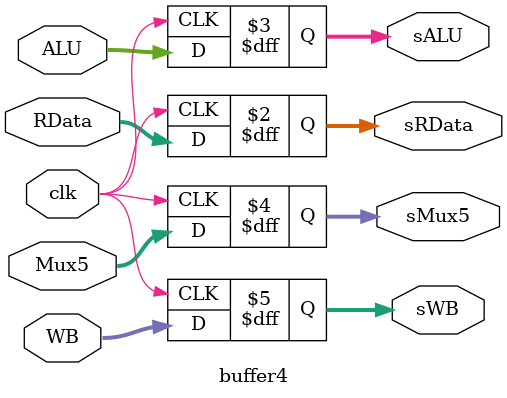
<source format=v>
`timescale 1ns/1ns 

module buffer4(
    input clk,
    input [31:0]RData,
    input [31:0]ALU,
    input [4:0]Mux5,
    input [1:0]WB,
    output reg [31:0]sRData,
    output reg [31:0]sALU,
    output reg [4:0]sMux5,
    output reg [1:0]sWB
);

//Asignacion de reg o wire
//NA

//Asignaciones, e/o instancias, y/o bloques secuenciales
always @ (posedge clk) begin    
    sRData = RData;
    sALU = ALU;
    sMux5 = Mux5;
    sWB = WB;
end

endmodule
</source>
